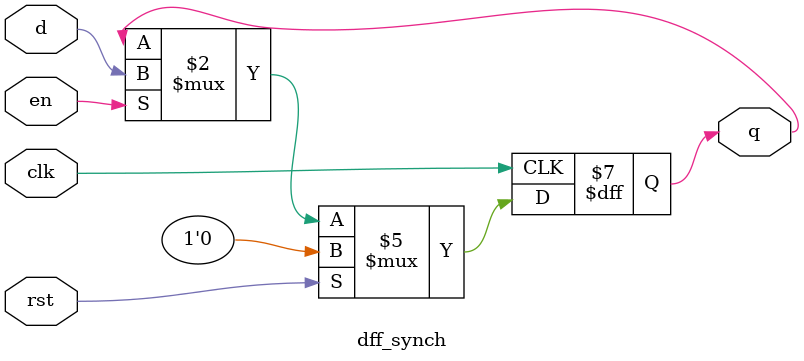
<source format=v>
`timescale 1ns / 1ps


module dff_synch(
    input clk, rst, en, d,
    output reg q

    );
    always @(posedge clk) begin 
        if (rst) q <= 1'b0;
        else if (en) q <= d;
    end
endmodule

</source>
